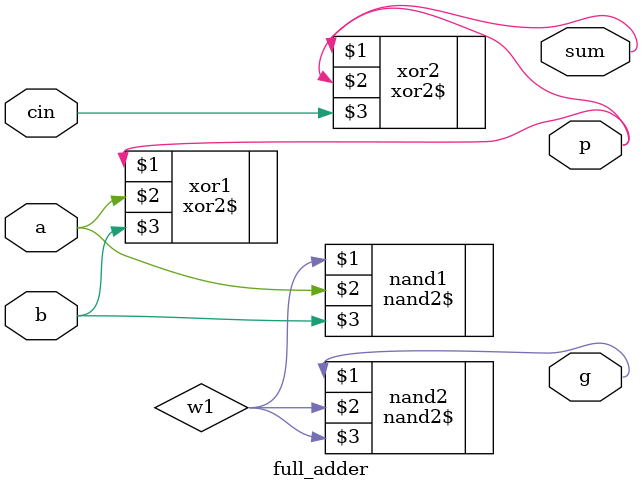
<source format=v>

module full_adder (sum, p, g, a, b, cin);
    input a, b, cin;
    output sum, p, g;

    wire w1;

    xor2$ xor1 (p, a, b),
          xor2 (sum, p, cin);

    nand2$ nand1 (w1, a, b),
           nand2 (g, w1, w1);

endmodule

</source>
